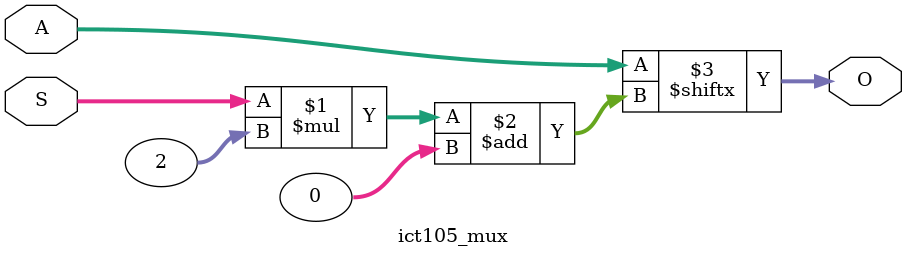
<source format=v>
`timescale 1ps/1ps


module ict105_mux #
  (
   parameter         C_FAMILY                         = "rtl",
                       // FPGA Family. Current version: virtex6 or spartan6.
   parameter integer C_SEL_WIDTH                      = 4,
                       // Data width for comparator.
   parameter integer C_DATA_WIDTH                     = 2
                       // Data width for comparator.
   )
  (
   input  wire [C_SEL_WIDTH-1:0]                    S,
   input  wire [(2**C_SEL_WIDTH)*C_DATA_WIDTH-1:0]  A,
   output wire [C_DATA_WIDTH-1:0]                   O
   );
  
  
  /////////////////////////////////////////////////////////////////////////////
  // Variables for generating parameter controlled instances.
  /////////////////////////////////////////////////////////////////////////////
  
  // Generate variable for bit vector.
  genvar bit_cnt;
  
  
  /////////////////////////////////////////////////////////////////////////////
  // Local params
  /////////////////////////////////////////////////////////////////////////////
  
  
  /////////////////////////////////////////////////////////////////////////////
  // Functions
  /////////////////////////////////////////////////////////////////////////////
  
  
  /////////////////////////////////////////////////////////////////////////////
  // Internal signals
  /////////////////////////////////////////////////////////////////////////////
  
  
  /////////////////////////////////////////////////////////////////////////////
  // Instantiate or use RTL code
  /////////////////////////////////////////////////////////////////////////////
  
  generate
    if ( C_FAMILY == "rtl" || C_SEL_WIDTH < 3 ) begin : USE_RTL
      assign O = A[(S)*C_DATA_WIDTH +: C_DATA_WIDTH];
      
    end else begin : USE_FPGA
      
      wire [C_DATA_WIDTH-1:0] C;
      wire [C_DATA_WIDTH-1:0] D;
      
      // Lower half recursively.
  ict105_mux # 
      (
       .C_FAMILY      (C_FAMILY),
       .C_SEL_WIDTH   (C_SEL_WIDTH-1),
       .C_DATA_WIDTH  (C_DATA_WIDTH)
      ) mux_c_inst 
      (
       .S   (S[C_SEL_WIDTH-2:0]),
       .A   (A[(2**(C_SEL_WIDTH-1))*C_DATA_WIDTH-1 : 0]),
       .O   (C)
      ); 
      
      // Upper half recursively.
  ict105_mux # 
      (
       .C_FAMILY      (C_FAMILY),
       .C_SEL_WIDTH   (C_SEL_WIDTH-1),
       .C_DATA_WIDTH  (C_DATA_WIDTH)
      ) mux_d_inst 
      (
       .S   (S[C_SEL_WIDTH-2:0]),
       .A   (A[(2**C_SEL_WIDTH)*C_DATA_WIDTH-1 : (2**(C_SEL_WIDTH-1))*C_DATA_WIDTH]),
       .O   (D)
      ); 
      
      // Generate instantiated mux components as required.
      for (bit_cnt = 0; bit_cnt < C_DATA_WIDTH ; bit_cnt = bit_cnt + 1) begin : NUM
        if ( C_SEL_WIDTH == 4 ) begin : USE_F8
        
          MUXF8 muxf8_inst 
          (
           .I0  (C[bit_cnt]),
           .I1  (D[bit_cnt]),
           .S   (S[C_SEL_WIDTH-1]),
           .O   (O[bit_cnt])
          ); 
          
        end else if ( C_SEL_WIDTH == 3 ) begin : USE_F7
      
          MUXF7 muxf7_inst 
          (
           .I0  (C[bit_cnt]),
           .I1  (D[bit_cnt]),
           .S   (S[C_SEL_WIDTH-1]),
           .O   (O[bit_cnt])
          ); 
          
        end // C_SEL_WIDTH
      end // end for bit_cnt
    
    end
  endgenerate
  
  
endmodule


</source>
